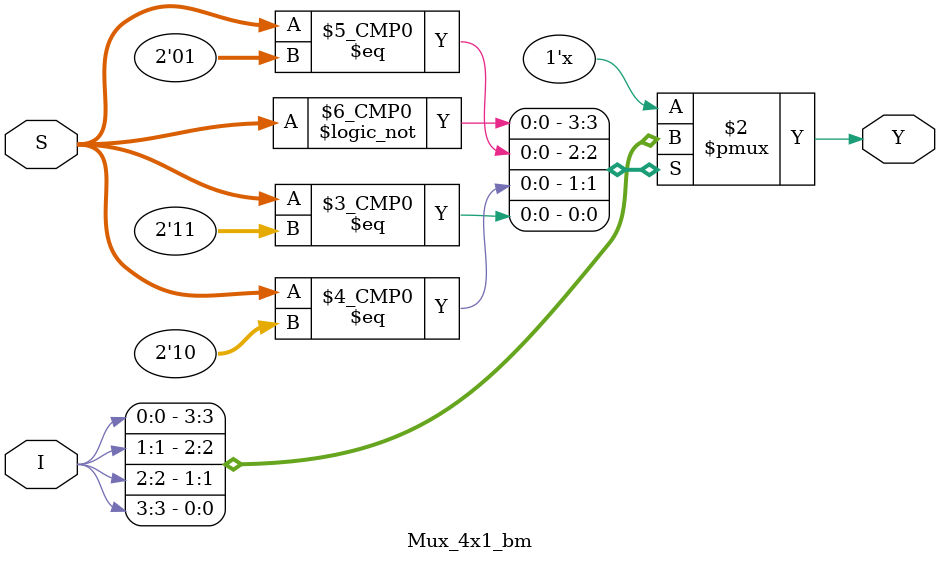
<source format=v>
`timescale 1ns / 1ps


module Mux_4x1_bm(
input [3:0]I,
input [1:0]S,
output reg Y
    );
    always@(I,S,Y)
    begin
    case(S)
    2'b00 : Y=I[0];
    2'b01 : Y=I[1];
    2'b10 : Y=I[2];
    2'b11 : Y=I[3];
    endcase
    end
endmodule

</source>
